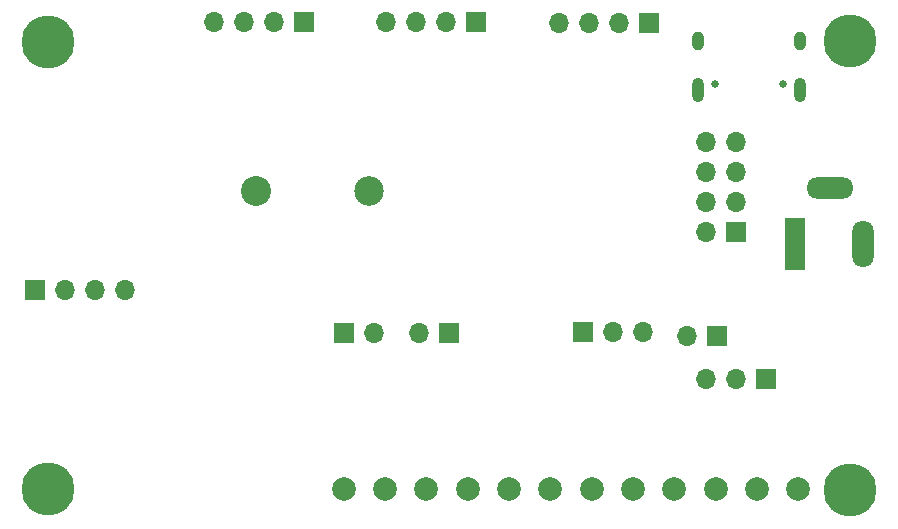
<source format=gbs>
G04 #@! TF.GenerationSoftware,KiCad,Pcbnew,7.0.2-0*
G04 #@! TF.CreationDate,2024-02-25T21:13:15-06:00*
G04 #@! TF.ProjectId,spudglo_driver_v7p0,73707564-676c-46f5-9f64-72697665725f,rev?*
G04 #@! TF.SameCoordinates,Original*
G04 #@! TF.FileFunction,Soldermask,Bot*
G04 #@! TF.FilePolarity,Negative*
%FSLAX46Y46*%
G04 Gerber Fmt 4.6, Leading zero omitted, Abs format (unit mm)*
G04 Created by KiCad (PCBNEW 7.0.2-0) date 2024-02-25 21:13:15*
%MOMM*%
%LPD*%
G01*
G04 APERTURE LIST*
%ADD10R,1.700000X1.700000*%
%ADD11O,1.700000X1.700000*%
%ADD12C,4.500000*%
%ADD13R,1.800000X4.400000*%
%ADD14O,1.800000X4.000000*%
%ADD15O,4.000000X1.800000*%
%ADD16C,0.650000*%
%ADD17O,1.000000X2.100000*%
%ADD18O,1.000000X1.600000*%
%ADD19C,2.000000*%
%ADD20C,2.500000*%
%ADD21C,2.540000*%
G04 APERTURE END LIST*
D10*
X107830000Y-135350000D03*
D11*
X105290000Y-135350000D03*
X102750000Y-135350000D03*
X100210000Y-135350000D03*
D10*
X128250000Y-161880000D03*
D11*
X125710000Y-161880000D03*
D12*
X139540000Y-174930000D03*
D10*
X96690000Y-161630000D03*
D11*
X99230000Y-161630000D03*
D10*
X122480000Y-135410000D03*
D11*
X119940000Y-135410000D03*
X117400000Y-135410000D03*
X114860000Y-135410000D03*
D10*
X129915000Y-153130000D03*
D11*
X127375000Y-153130000D03*
X129915000Y-150590000D03*
X127375000Y-150590000D03*
X129915000Y-148050000D03*
X127375000Y-148050000D03*
X129915000Y-145510000D03*
X127375000Y-145510000D03*
D12*
X139540000Y-136950000D03*
D10*
X116930000Y-161540000D03*
D11*
X119470000Y-161540000D03*
X122010000Y-161540000D03*
D13*
X134850000Y-154160000D03*
D14*
X140650000Y-154160000D03*
D15*
X137850000Y-149360000D03*
D16*
X133850000Y-140590000D03*
X128070000Y-140590000D03*
D17*
X135280000Y-141120000D03*
D18*
X135280000Y-136940000D03*
D17*
X126640000Y-141120000D03*
D18*
X126640000Y-136940000D03*
D10*
X93320000Y-135340000D03*
D11*
X90780000Y-135340000D03*
X88240000Y-135340000D03*
X85700000Y-135340000D03*
D10*
X70500000Y-157980000D03*
D11*
X73040000Y-157980000D03*
X75580000Y-157980000D03*
X78120000Y-157980000D03*
D10*
X105600000Y-161620000D03*
D11*
X103060000Y-161620000D03*
D12*
X71630000Y-174900000D03*
D10*
X132410000Y-165570000D03*
D11*
X129870000Y-165570000D03*
X127330000Y-165570000D03*
D19*
X135150000Y-174840000D03*
X131650000Y-174840000D03*
X128150000Y-174840000D03*
X124650000Y-174840000D03*
X121150000Y-174840000D03*
X117650000Y-174840000D03*
X114150000Y-174840000D03*
X110650000Y-174840000D03*
X107150000Y-174840000D03*
X103650000Y-174840000D03*
X100150000Y-174840000D03*
X96650000Y-174840000D03*
D12*
X71620000Y-136980000D03*
D20*
X98796605Y-149610000D03*
D21*
X89266605Y-149610000D03*
M02*

</source>
